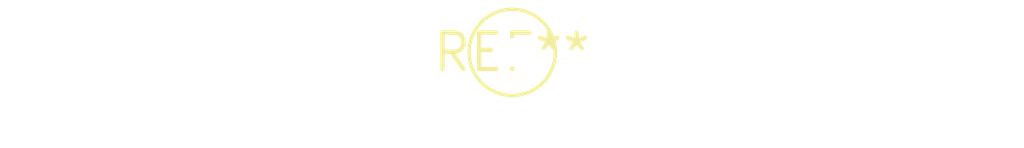
<source format=kicad_pcb>
(kicad_pcb (version 20240108) (generator pcbnew)
  (layers (0 "F.Cu" signal) (31 "B.Cu" signal) (34 "B.Paste" user) (35 "F.Paste" user) (36 "B.SilkS" user "B.Silkscreen") (37 "F.SilkS" user "F.Silkscreen") (38 "B.Mask" user) (39 "F.Mask" user) (44 "Edge.Cuts" user))
  (net 0 "")
  (footprint "TestPoint_Loop_D2.50mm_Drill1.0mm" (layer "F.Cu") (at 0 0)
    (property "Reference" "REF**")
    (property "Value" "TestPoint_Loop_D2.50mm_Drill1.0mm")
    (fp_circle (center 0 0) (end 1.5 0) (layer "F.SilkS") (stroke (width 0.12)) (fill none))
    (pad "1" thru_hole circle (at 0 0) (size 2 2) (drill 1) (layers *.Cu *.Mask) (remove_unused_layers))
  )
)
</source>
